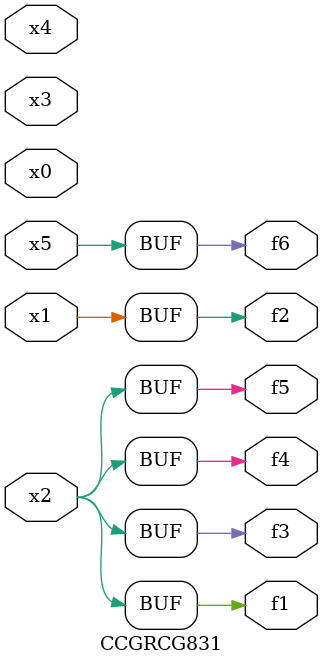
<source format=v>
module CCGRCG831(
	input x0, x1, x2, x3, x4, x5,
	output f1, f2, f3, f4, f5, f6
);
	assign f1 = x2;
	assign f2 = x1;
	assign f3 = x2;
	assign f4 = x2;
	assign f5 = x2;
	assign f6 = x5;
endmodule

</source>
